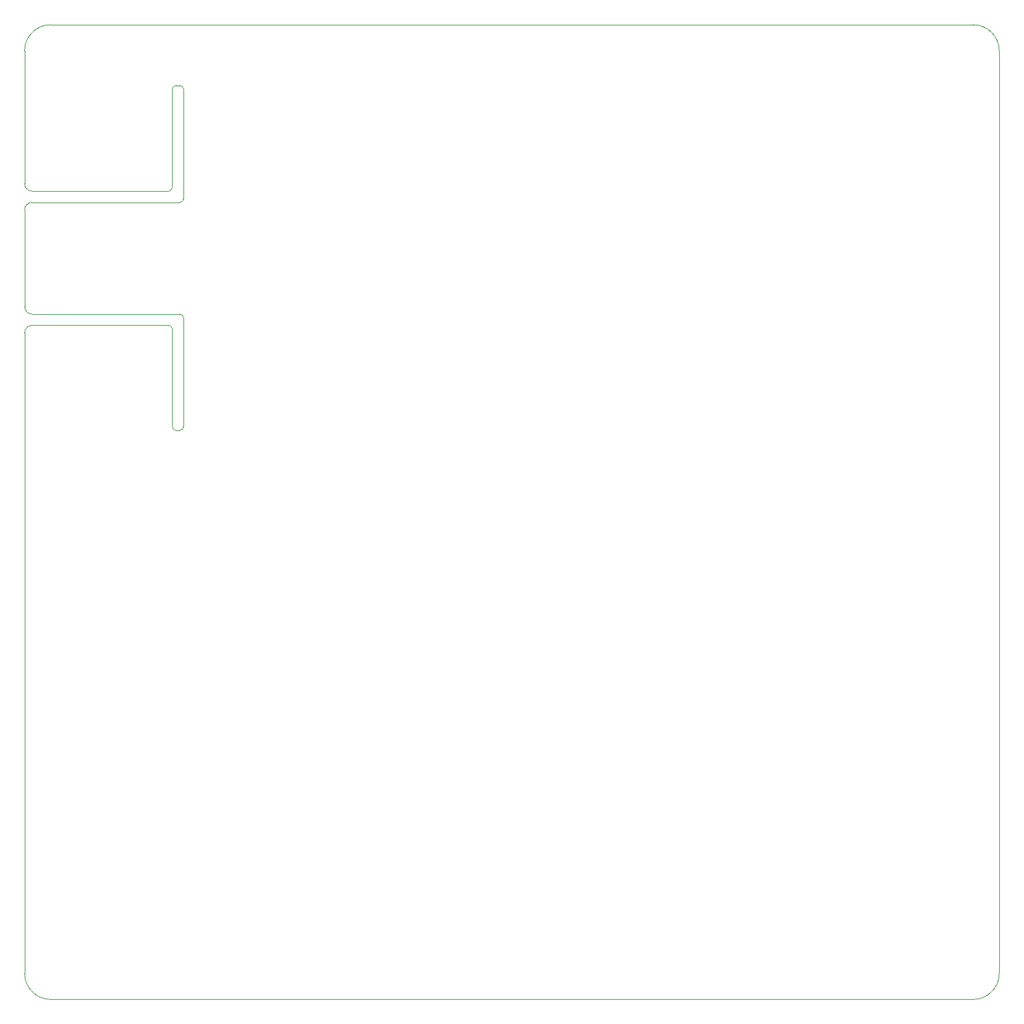
<source format=gbr>
%TF.GenerationSoftware,KiCad,Pcbnew,5.1.10*%
%TF.CreationDate,2021-12-19T17:16:21-05:00*%
%TF.ProjectId,func_amp,66756e63-5f61-46d7-902e-6b696361645f,rev?*%
%TF.SameCoordinates,PX2ebae40PY16e3600*%
%TF.FileFunction,Profile,NP*%
%FSLAX46Y46*%
G04 Gerber Fmt 4.6, Leading zero omitted, Abs format (unit mm)*
G04 Created by KiCad (PCBNEW 5.1.10) date 2021-12-19 17:16:21*
%MOMM*%
%LPD*%
G01*
G04 APERTURE LIST*
%TA.AperFunction,Profile*%
%ADD10C,0.050000*%
%TD*%
G04 APERTURE END LIST*
D10*
X21200000Y-9100000D02*
X21700000Y-9100000D01*
X21700000Y-9100000D02*
G75*
G02*
X22200000Y-9600000I0J-500000D01*
G01*
X20700000Y-9600000D02*
G75*
G02*
X21200000Y-9100000I500000J0D01*
G01*
X22200000Y-24200000D02*
G75*
G02*
X21700000Y-24700000I-500000J0D01*
G01*
X20700000Y-22700000D02*
G75*
G02*
X20200000Y-23200000I-500000J0D01*
G01*
X2000000Y-23200000D02*
G75*
G02*
X1000000Y-22200000I0J1000000D01*
G01*
X1000000Y-25700000D02*
G75*
G02*
X2000000Y-24700000I1000000J0D01*
G01*
X2000000Y-39600000D02*
G75*
G02*
X1000000Y-38600000I0J1000000D01*
G01*
X21200000Y-55100000D02*
X21700000Y-55100000D01*
X22200000Y-54600000D02*
G75*
G02*
X21700000Y-55100000I-500000J0D01*
G01*
X21200000Y-55100000D02*
G75*
G02*
X20700000Y-54600000I0J500000D01*
G01*
X21700000Y-39600000D02*
G75*
G02*
X22200000Y-40100000I0J-500000D01*
G01*
X20200000Y-41100000D02*
G75*
G02*
X20700000Y-41600000I0J-500000D01*
G01*
X1000000Y-42100000D02*
G75*
G02*
X2000000Y-41100000I1000000J0D01*
G01*
X1000000Y-4500000D02*
X1000000Y-22200000D01*
X22200000Y-9600000D02*
X22200000Y-24200000D01*
X20700000Y-22700000D02*
X20700000Y-9600000D01*
X1000000Y-38600000D02*
X1000000Y-25700000D01*
X22200000Y-54600000D02*
X22200000Y-40100000D01*
X20700000Y-41600000D02*
X20700000Y-54600000D01*
X21700000Y-39600000D02*
X2000000Y-39600000D01*
X2000000Y-41100000D02*
X20200000Y-41100000D01*
X21700000Y-24700000D02*
X2000000Y-24700000D01*
X2000000Y-23200000D02*
X20200000Y-23200000D01*
X127500000Y-1000000D02*
G75*
G02*
X131000000Y-4500000I0J-3500000D01*
G01*
X131000000Y-127500000D02*
G75*
G02*
X127500000Y-131000000I-3500000J0D01*
G01*
X4500000Y-131000000D02*
G75*
G02*
X1000000Y-127500000I0J3500000D01*
G01*
X1000000Y-4500000D02*
G75*
G02*
X4500000Y-1000000I3500000J0D01*
G01*
X1000000Y-127500000D02*
X1000000Y-42100000D01*
X127500000Y-131000000D02*
X4500000Y-131000000D01*
X131000000Y-4500000D02*
X131000000Y-127500000D01*
X4500000Y-1000000D02*
X127500000Y-1000000D01*
M02*

</source>
